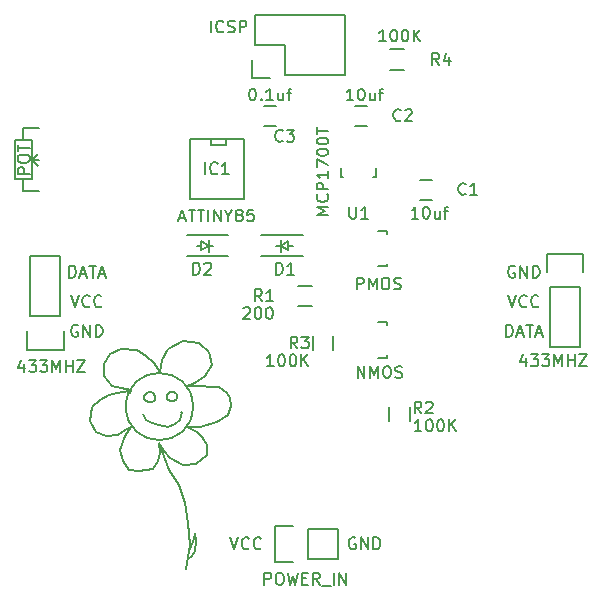
<source format=gbr>
G04 #@! TF.FileFunction,Legend,Top*
%FSLAX46Y46*%
G04 Gerber Fmt 4.6, Leading zero omitted, Abs format (unit mm)*
G04 Created by KiCad (PCBNEW 4.0.2-4+6225~38~ubuntu14.04.1-stable) date Tue 22 Mar 2016 13:46:15 GMT*
%MOMM*%
G01*
G04 APERTURE LIST*
%ADD10C,0.100000*%
%ADD11C,0.150000*%
G04 APERTURE END LIST*
D10*
D11*
X138666667Y-105452381D02*
X139000000Y-106452381D01*
X139333334Y-105452381D01*
X140238096Y-106357143D02*
X140190477Y-106404762D01*
X140047620Y-106452381D01*
X139952382Y-106452381D01*
X139809524Y-106404762D01*
X139714286Y-106309524D01*
X139666667Y-106214286D01*
X139619048Y-106023810D01*
X139619048Y-105880952D01*
X139666667Y-105690476D01*
X139714286Y-105595238D01*
X139809524Y-105500000D01*
X139952382Y-105452381D01*
X140047620Y-105452381D01*
X140190477Y-105500000D01*
X140238096Y-105547619D01*
X141238096Y-106357143D02*
X141190477Y-106404762D01*
X141047620Y-106452381D01*
X140952382Y-106452381D01*
X140809524Y-106404762D01*
X140714286Y-106309524D01*
X140666667Y-106214286D01*
X140619048Y-106023810D01*
X140619048Y-105880952D01*
X140666667Y-105690476D01*
X140714286Y-105595238D01*
X140809524Y-105500000D01*
X140952382Y-105452381D01*
X141047620Y-105452381D01*
X141190477Y-105500000D01*
X141238096Y-105547619D01*
X149238096Y-105500000D02*
X149142858Y-105452381D01*
X149000001Y-105452381D01*
X148857143Y-105500000D01*
X148761905Y-105595238D01*
X148714286Y-105690476D01*
X148666667Y-105880952D01*
X148666667Y-106023810D01*
X148714286Y-106214286D01*
X148761905Y-106309524D01*
X148857143Y-106404762D01*
X149000001Y-106452381D01*
X149095239Y-106452381D01*
X149238096Y-106404762D01*
X149285715Y-106357143D01*
X149285715Y-106023810D01*
X149095239Y-106023810D01*
X149714286Y-106452381D02*
X149714286Y-105452381D01*
X150285715Y-106452381D01*
X150285715Y-105452381D01*
X150761905Y-106452381D02*
X150761905Y-105452381D01*
X151000000Y-105452381D01*
X151142858Y-105500000D01*
X151238096Y-105595238D01*
X151285715Y-105690476D01*
X151333334Y-105880952D01*
X151333334Y-106023810D01*
X151285715Y-106214286D01*
X151238096Y-106309524D01*
X151142858Y-106404762D01*
X151000000Y-106452381D01*
X150761905Y-106452381D01*
X162738096Y-82500000D02*
X162642858Y-82452381D01*
X162500001Y-82452381D01*
X162357143Y-82500000D01*
X162261905Y-82595238D01*
X162214286Y-82690476D01*
X162166667Y-82880952D01*
X162166667Y-83023810D01*
X162214286Y-83214286D01*
X162261905Y-83309524D01*
X162357143Y-83404762D01*
X162500001Y-83452381D01*
X162595239Y-83452381D01*
X162738096Y-83404762D01*
X162785715Y-83357143D01*
X162785715Y-83023810D01*
X162595239Y-83023810D01*
X163214286Y-83452381D02*
X163214286Y-82452381D01*
X163785715Y-83452381D01*
X163785715Y-82452381D01*
X164261905Y-83452381D02*
X164261905Y-82452381D01*
X164500000Y-82452381D01*
X164642858Y-82500000D01*
X164738096Y-82595238D01*
X164785715Y-82690476D01*
X164833334Y-82880952D01*
X164833334Y-83023810D01*
X164785715Y-83214286D01*
X164738096Y-83309524D01*
X164642858Y-83404762D01*
X164500000Y-83452381D01*
X164261905Y-83452381D01*
X162166667Y-84952381D02*
X162500000Y-85952381D01*
X162833334Y-84952381D01*
X163738096Y-85857143D02*
X163690477Y-85904762D01*
X163547620Y-85952381D01*
X163452382Y-85952381D01*
X163309524Y-85904762D01*
X163214286Y-85809524D01*
X163166667Y-85714286D01*
X163119048Y-85523810D01*
X163119048Y-85380952D01*
X163166667Y-85190476D01*
X163214286Y-85095238D01*
X163309524Y-85000000D01*
X163452382Y-84952381D01*
X163547620Y-84952381D01*
X163690477Y-85000000D01*
X163738096Y-85047619D01*
X164738096Y-85857143D02*
X164690477Y-85904762D01*
X164547620Y-85952381D01*
X164452382Y-85952381D01*
X164309524Y-85904762D01*
X164214286Y-85809524D01*
X164166667Y-85714286D01*
X164119048Y-85523810D01*
X164119048Y-85380952D01*
X164166667Y-85190476D01*
X164214286Y-85095238D01*
X164309524Y-85000000D01*
X164452382Y-84952381D01*
X164547620Y-84952381D01*
X164690477Y-85000000D01*
X164738096Y-85047619D01*
X162000000Y-88452381D02*
X162000000Y-87452381D01*
X162238095Y-87452381D01*
X162380953Y-87500000D01*
X162476191Y-87595238D01*
X162523810Y-87690476D01*
X162571429Y-87880952D01*
X162571429Y-88023810D01*
X162523810Y-88214286D01*
X162476191Y-88309524D01*
X162380953Y-88404762D01*
X162238095Y-88452381D01*
X162000000Y-88452381D01*
X162952381Y-88166667D02*
X163428572Y-88166667D01*
X162857143Y-88452381D02*
X163190476Y-87452381D01*
X163523810Y-88452381D01*
X163714286Y-87452381D02*
X164285715Y-87452381D01*
X164000000Y-88452381D02*
X164000000Y-87452381D01*
X164571429Y-88166667D02*
X165047620Y-88166667D01*
X164476191Y-88452381D02*
X164809524Y-87452381D01*
X165142858Y-88452381D01*
X125000000Y-83452381D02*
X125000000Y-82452381D01*
X125238095Y-82452381D01*
X125380953Y-82500000D01*
X125476191Y-82595238D01*
X125523810Y-82690476D01*
X125571429Y-82880952D01*
X125571429Y-83023810D01*
X125523810Y-83214286D01*
X125476191Y-83309524D01*
X125380953Y-83404762D01*
X125238095Y-83452381D01*
X125000000Y-83452381D01*
X125952381Y-83166667D02*
X126428572Y-83166667D01*
X125857143Y-83452381D02*
X126190476Y-82452381D01*
X126523810Y-83452381D01*
X126714286Y-82452381D02*
X127285715Y-82452381D01*
X127000000Y-83452381D02*
X127000000Y-82452381D01*
X127571429Y-83166667D02*
X128047620Y-83166667D01*
X127476191Y-83452381D02*
X127809524Y-82452381D01*
X128142858Y-83452381D01*
X125738096Y-87500000D02*
X125642858Y-87452381D01*
X125500001Y-87452381D01*
X125357143Y-87500000D01*
X125261905Y-87595238D01*
X125214286Y-87690476D01*
X125166667Y-87880952D01*
X125166667Y-88023810D01*
X125214286Y-88214286D01*
X125261905Y-88309524D01*
X125357143Y-88404762D01*
X125500001Y-88452381D01*
X125595239Y-88452381D01*
X125738096Y-88404762D01*
X125785715Y-88357143D01*
X125785715Y-88023810D01*
X125595239Y-88023810D01*
X126214286Y-88452381D02*
X126214286Y-87452381D01*
X126785715Y-88452381D01*
X126785715Y-87452381D01*
X127261905Y-88452381D02*
X127261905Y-87452381D01*
X127500000Y-87452381D01*
X127642858Y-87500000D01*
X127738096Y-87595238D01*
X127785715Y-87690476D01*
X127833334Y-87880952D01*
X127833334Y-88023810D01*
X127785715Y-88214286D01*
X127738096Y-88309524D01*
X127642858Y-88404762D01*
X127500000Y-88452381D01*
X127261905Y-88452381D01*
X125166667Y-84952381D02*
X125500000Y-85952381D01*
X125833334Y-84952381D01*
X126738096Y-85857143D02*
X126690477Y-85904762D01*
X126547620Y-85952381D01*
X126452382Y-85952381D01*
X126309524Y-85904762D01*
X126214286Y-85809524D01*
X126166667Y-85714286D01*
X126119048Y-85523810D01*
X126119048Y-85380952D01*
X126166667Y-85190476D01*
X126214286Y-85095238D01*
X126309524Y-85000000D01*
X126452382Y-84952381D01*
X126547620Y-84952381D01*
X126690477Y-85000000D01*
X126738096Y-85047619D01*
X127738096Y-85857143D02*
X127690477Y-85904762D01*
X127547620Y-85952381D01*
X127452382Y-85952381D01*
X127309524Y-85904762D01*
X127214286Y-85809524D01*
X127166667Y-85714286D01*
X127119048Y-85523810D01*
X127119048Y-85380952D01*
X127166667Y-85190476D01*
X127214286Y-85095238D01*
X127309524Y-85000000D01*
X127452382Y-84952381D01*
X127547620Y-84952381D01*
X127690477Y-85000000D01*
X127738096Y-85047619D01*
X132290000Y-93480000D02*
X132130000Y-93240000D01*
X132130000Y-93240000D02*
X131920000Y-93180000D01*
X131920000Y-93180000D02*
X131660000Y-93180000D01*
X131660000Y-93180000D02*
X131480000Y-93300000D01*
X131480000Y-93300000D02*
X131330000Y-93500000D01*
X131330000Y-93500000D02*
X131330000Y-93730000D01*
X131330000Y-93730000D02*
X131500000Y-93930000D01*
X131500000Y-93930000D02*
X131760000Y-93990000D01*
X131760000Y-93990000D02*
X132000000Y-93970000D01*
X132000000Y-93970000D02*
X132170000Y-93930000D01*
X132170000Y-93930000D02*
X132250000Y-93810000D01*
X132250000Y-93810000D02*
X132270000Y-93690000D01*
X132270000Y-93690000D02*
X132270000Y-93590000D01*
X132270000Y-93590000D02*
X132290000Y-93550000D01*
X133650000Y-93180000D02*
X133370000Y-93260000D01*
X133370000Y-93260000D02*
X133260000Y-93520000D01*
X133260000Y-93520000D02*
X133280000Y-93750000D01*
X133280000Y-93750000D02*
X133530000Y-93910000D01*
X133530000Y-93910000D02*
X133770000Y-93910000D01*
X133770000Y-93910000D02*
X134080000Y-93830000D01*
X134080000Y-93830000D02*
X134160000Y-93630000D01*
X134160000Y-93630000D02*
X134140000Y-93340000D01*
X134140000Y-93340000D02*
X133990000Y-93220000D01*
X133990000Y-93220000D02*
X133890000Y-93160000D01*
X133890000Y-93160000D02*
X133670000Y-93160000D01*
X135230000Y-106400000D02*
X135430000Y-106020000D01*
X135430000Y-106020000D02*
X135580000Y-105560000D01*
X135580000Y-105560000D02*
X135650000Y-105100000D01*
X135650000Y-105100000D02*
X135770000Y-105790000D01*
X135770000Y-105790000D02*
X135650000Y-106630000D01*
X135650000Y-106630000D02*
X135390000Y-107050000D01*
X135390000Y-107050000D02*
X135080000Y-107240000D01*
X132600000Y-97450000D02*
X133500000Y-99775000D01*
X133500000Y-99775000D02*
X134300000Y-101000000D01*
X134300000Y-101000000D02*
X134825000Y-102525000D01*
X134825000Y-102525000D02*
X135100000Y-104225000D01*
X135100000Y-104225000D02*
X135200000Y-106075000D01*
X135200000Y-106075000D02*
X134925000Y-108125000D01*
X131225000Y-95025000D02*
X131550000Y-95550000D01*
X131550000Y-95550000D02*
X132000000Y-95750000D01*
X132000000Y-95750000D02*
X132575000Y-95975000D01*
X132575000Y-95975000D02*
X133350000Y-96100000D01*
X133350000Y-96100000D02*
X133975000Y-95875000D01*
X133975000Y-95875000D02*
X134400000Y-95475000D01*
X134400000Y-95475000D02*
X134575000Y-94800000D01*
X134575000Y-94800000D02*
X134475000Y-94800000D01*
X136300000Y-97000000D02*
X135875000Y-96500000D01*
X135875000Y-96500000D02*
X134975000Y-96100000D01*
X134975000Y-96100000D02*
X136075000Y-96100000D01*
X136075000Y-96100000D02*
X137550000Y-95650000D01*
X137550000Y-95650000D02*
X138425000Y-95100000D01*
X138425000Y-95100000D02*
X138725000Y-94300000D01*
X138725000Y-94300000D02*
X138650000Y-93650000D01*
X138650000Y-93650000D02*
X138375000Y-93200000D01*
X138375000Y-93200000D02*
X137700000Y-92750000D01*
X137700000Y-92750000D02*
X137025000Y-92700000D01*
X137025000Y-92700000D02*
X136150000Y-92625000D01*
X136150000Y-92625000D02*
X135475000Y-92625000D01*
X135475000Y-92625000D02*
X135075000Y-92625000D01*
X135075000Y-92625000D02*
X135075000Y-92575000D01*
X130100000Y-93075000D02*
X129100000Y-93250000D01*
X129100000Y-93250000D02*
X128375000Y-93425000D01*
X128375000Y-93425000D02*
X127600000Y-93850000D01*
X127600000Y-93850000D02*
X126925000Y-94425000D01*
X126925000Y-94425000D02*
X126800000Y-95600000D01*
X126800000Y-95600000D02*
X127250000Y-96500000D01*
X127250000Y-96500000D02*
X128100000Y-96875000D01*
X128100000Y-96875000D02*
X129150000Y-96775000D01*
X129150000Y-96775000D02*
X129775000Y-96375000D01*
X129775000Y-96375000D02*
X130225000Y-96100000D01*
X130225000Y-96100000D02*
X129725000Y-96825000D01*
X129725000Y-96825000D02*
X129325000Y-98050000D01*
X129325000Y-98050000D02*
X129550000Y-98950000D01*
X129550000Y-98950000D02*
X130050000Y-99725000D01*
X130050000Y-99725000D02*
X130900000Y-99850000D01*
X130900000Y-99850000D02*
X132075000Y-99625000D01*
X132075000Y-99625000D02*
X132500000Y-99000000D01*
X132500000Y-99000000D02*
X132675000Y-98275000D01*
X132675000Y-98275000D02*
X132625000Y-97450000D01*
X132625000Y-97450000D02*
X133075000Y-98175000D01*
X133075000Y-98175000D02*
X133525000Y-98725000D01*
X133525000Y-98725000D02*
X134625000Y-99350000D01*
X134625000Y-99350000D02*
X135750000Y-99275000D01*
X135750000Y-99275000D02*
X136650000Y-98500000D01*
X136650000Y-98500000D02*
X136700000Y-97650000D01*
X136700000Y-97650000D02*
X136250000Y-96925000D01*
X132675000Y-91450000D02*
X132225000Y-90675000D01*
X132225000Y-90675000D02*
X131550000Y-90125000D01*
X131550000Y-90125000D02*
X130775000Y-89625000D01*
X130775000Y-89625000D02*
X129375000Y-89500000D01*
X129375000Y-89500000D02*
X128475000Y-89950000D01*
X128475000Y-89950000D02*
X127925000Y-90800000D01*
X127925000Y-90800000D02*
X127975000Y-91800000D01*
X127975000Y-91800000D02*
X128600000Y-92625000D01*
X128600000Y-92625000D02*
X129375000Y-92800000D01*
X129375000Y-92800000D02*
X130225000Y-92975000D01*
X130225000Y-92975000D02*
X130175000Y-93200000D01*
X132725000Y-91450000D02*
X132900000Y-90400000D01*
X132900000Y-90400000D02*
X133400000Y-89500000D01*
X133400000Y-89500000D02*
X134625000Y-88825000D01*
X134625000Y-88825000D02*
X136025000Y-88950000D01*
X136025000Y-88950000D02*
X136875000Y-89725000D01*
X136875000Y-89725000D02*
X137100000Y-90850000D01*
X137100000Y-90850000D02*
X136475000Y-91800000D01*
X136475000Y-91800000D02*
X135650000Y-92400000D01*
X135650000Y-92400000D02*
X135025000Y-92625000D01*
X135489806Y-94370000D02*
G75*
G03X135489806Y-94370000I-2839806J0D01*
G01*
X151199200Y-87250180D02*
X151900240Y-87250180D01*
X151900240Y-87250180D02*
X151900240Y-87499100D01*
X151900240Y-90049160D02*
X151900240Y-90249820D01*
X151900240Y-90249820D02*
X151199200Y-90249820D01*
X151199200Y-79500180D02*
X151900240Y-79500180D01*
X151900240Y-79500180D02*
X151900240Y-79749100D01*
X151900240Y-82299160D02*
X151900240Y-82499820D01*
X151900240Y-82499820D02*
X151199200Y-82499820D01*
X139786000Y-71710000D02*
X139786000Y-76790000D01*
X139786000Y-76790000D02*
X135214000Y-76790000D01*
X135214000Y-76790000D02*
X135214000Y-71710000D01*
X135214000Y-71710000D02*
X139786000Y-71710000D01*
X138262000Y-71710000D02*
X138262000Y-72218000D01*
X138262000Y-72218000D02*
X136992000Y-72218000D01*
X136992000Y-72218000D02*
X136992000Y-71710000D01*
X121450000Y-88000000D02*
X121450000Y-89550000D01*
X121450000Y-89550000D02*
X124550000Y-89550000D01*
X124550000Y-89550000D02*
X124550000Y-88000000D01*
X121730000Y-86730000D02*
X121730000Y-81650000D01*
X121730000Y-81650000D02*
X124270000Y-81650000D01*
X124270000Y-81650000D02*
X124270000Y-86730000D01*
X124270000Y-86730000D02*
X121730000Y-86730000D01*
X155750000Y-75150000D02*
X154750000Y-75150000D01*
X154750000Y-76850000D02*
X155750000Y-76850000D01*
X150250000Y-68900000D02*
X149250000Y-68900000D01*
X149250000Y-70600000D02*
X150250000Y-70600000D01*
X142500000Y-68900000D02*
X141500000Y-68900000D01*
X141500000Y-70600000D02*
X142500000Y-70600000D01*
X144400000Y-84125000D02*
X145600000Y-84125000D01*
X145600000Y-85875000D02*
X144400000Y-85875000D01*
X153875000Y-94400000D02*
X153875000Y-95600000D01*
X152125000Y-95600000D02*
X152125000Y-94400000D01*
X145625000Y-89600000D02*
X145625000Y-88400000D01*
X147375000Y-88400000D02*
X147375000Y-89600000D01*
X153350000Y-65875000D02*
X152150000Y-65875000D01*
X152150000Y-64125000D02*
X153350000Y-64125000D01*
X143567500Y-80750000D02*
X143948500Y-80750000D01*
X142551500Y-80750000D02*
X142932500Y-80750000D01*
X142932500Y-80750000D02*
X143567500Y-80369000D01*
X143567500Y-80369000D02*
X143567500Y-81131000D01*
X143567500Y-81131000D02*
X142932500Y-80750000D01*
X142932500Y-80242000D02*
X142932500Y-81258000D01*
X141250000Y-81650000D02*
X144790000Y-81650000D01*
X141250000Y-79850000D02*
X144790000Y-79850000D01*
X136182500Y-80750000D02*
X135801500Y-80750000D01*
X137198500Y-80750000D02*
X136817500Y-80750000D01*
X136817500Y-80750000D02*
X136182500Y-81131000D01*
X136182500Y-81131000D02*
X136182500Y-80369000D01*
X136182500Y-80369000D02*
X136817500Y-80750000D01*
X136817500Y-81258000D02*
X136817500Y-80242000D01*
X138500000Y-79850000D02*
X134960000Y-79850000D01*
X138500000Y-81650000D02*
X134960000Y-81650000D01*
X150999820Y-74199200D02*
X150999820Y-74900240D01*
X150999820Y-74900240D02*
X150750900Y-74900240D01*
X148200840Y-74900240D02*
X148000180Y-74900240D01*
X148000180Y-74900240D02*
X148000180Y-74199200D01*
X121079000Y-71809000D02*
X121079000Y-70793000D01*
X121079000Y-70793000D02*
X122476000Y-70793000D01*
X121079000Y-75111000D02*
X121079000Y-76127000D01*
X121079000Y-76127000D02*
X122476000Y-76127000D01*
X121841000Y-73460000D02*
X122476000Y-73460000D01*
X121841000Y-73460000D02*
X122349000Y-72952000D01*
X121841000Y-73460000D02*
X122349000Y-73968000D01*
X121841000Y-75111000D02*
X120444000Y-75111000D01*
X120444000Y-75111000D02*
X120444000Y-71809000D01*
X120444000Y-71809000D02*
X121841000Y-71809000D01*
X121841000Y-71809000D02*
X121841000Y-75111000D01*
X143270000Y-66270000D02*
X148350000Y-66270000D01*
X140450000Y-66550000D02*
X140450000Y-65000000D01*
X140730000Y-63730000D02*
X143270000Y-63730000D01*
X143270000Y-63730000D02*
X143270000Y-66270000D01*
X148350000Y-66270000D02*
X148350000Y-61190000D01*
X148350000Y-61190000D02*
X143270000Y-61190000D01*
X140450000Y-66550000D02*
X142000000Y-66550000D01*
X140730000Y-61190000D02*
X140730000Y-63730000D01*
X143270000Y-61190000D02*
X140730000Y-61190000D01*
X168550000Y-83000000D02*
X168550000Y-81450000D01*
X168550000Y-81450000D02*
X165450000Y-81450000D01*
X165450000Y-81450000D02*
X165450000Y-83000000D01*
X168270000Y-84270000D02*
X168270000Y-89350000D01*
X168270000Y-89350000D02*
X165730000Y-89350000D01*
X165730000Y-89350000D02*
X165730000Y-84270000D01*
X165730000Y-84270000D02*
X168270000Y-84270000D01*
X145270000Y-104730000D02*
X147810000Y-104730000D01*
X142450000Y-104450000D02*
X144000000Y-104450000D01*
X145270000Y-104730000D02*
X145270000Y-107270000D01*
X144000000Y-107550000D02*
X142450000Y-107550000D01*
X142450000Y-107550000D02*
X142450000Y-104450000D01*
X145270000Y-107270000D02*
X147810000Y-107270000D01*
X147810000Y-107270000D02*
X147810000Y-104730000D01*
X149442857Y-91952381D02*
X149442857Y-90952381D01*
X150014286Y-91952381D01*
X150014286Y-90952381D01*
X150490476Y-91952381D02*
X150490476Y-90952381D01*
X150823810Y-91666667D01*
X151157143Y-90952381D01*
X151157143Y-91952381D01*
X151823809Y-90952381D02*
X152014286Y-90952381D01*
X152109524Y-91000000D01*
X152204762Y-91095238D01*
X152252381Y-91285714D01*
X152252381Y-91619048D01*
X152204762Y-91809524D01*
X152109524Y-91904762D01*
X152014286Y-91952381D01*
X151823809Y-91952381D01*
X151728571Y-91904762D01*
X151633333Y-91809524D01*
X151585714Y-91619048D01*
X151585714Y-91285714D01*
X151633333Y-91095238D01*
X151728571Y-91000000D01*
X151823809Y-90952381D01*
X152633333Y-91904762D02*
X152776190Y-91952381D01*
X153014286Y-91952381D01*
X153109524Y-91904762D01*
X153157143Y-91857143D01*
X153204762Y-91761905D01*
X153204762Y-91666667D01*
X153157143Y-91571429D01*
X153109524Y-91523810D01*
X153014286Y-91476190D01*
X152823809Y-91428571D01*
X152728571Y-91380952D01*
X152680952Y-91333333D01*
X152633333Y-91238095D01*
X152633333Y-91142857D01*
X152680952Y-91047619D01*
X152728571Y-91000000D01*
X152823809Y-90952381D01*
X153061905Y-90952381D01*
X153204762Y-91000000D01*
X149366667Y-84452381D02*
X149366667Y-83452381D01*
X149747620Y-83452381D01*
X149842858Y-83500000D01*
X149890477Y-83547619D01*
X149938096Y-83642857D01*
X149938096Y-83785714D01*
X149890477Y-83880952D01*
X149842858Y-83928571D01*
X149747620Y-83976190D01*
X149366667Y-83976190D01*
X150366667Y-84452381D02*
X150366667Y-83452381D01*
X150700001Y-84166667D01*
X151033334Y-83452381D01*
X151033334Y-84452381D01*
X151700000Y-83452381D02*
X151890477Y-83452381D01*
X151985715Y-83500000D01*
X152080953Y-83595238D01*
X152128572Y-83785714D01*
X152128572Y-84119048D01*
X152080953Y-84309524D01*
X151985715Y-84404762D01*
X151890477Y-84452381D01*
X151700000Y-84452381D01*
X151604762Y-84404762D01*
X151509524Y-84309524D01*
X151461905Y-84119048D01*
X151461905Y-83785714D01*
X151509524Y-83595238D01*
X151604762Y-83500000D01*
X151700000Y-83452381D01*
X152509524Y-84404762D02*
X152652381Y-84452381D01*
X152890477Y-84452381D01*
X152985715Y-84404762D01*
X153033334Y-84357143D01*
X153080953Y-84261905D01*
X153080953Y-84166667D01*
X153033334Y-84071429D01*
X152985715Y-84023810D01*
X152890477Y-83976190D01*
X152700000Y-83928571D01*
X152604762Y-83880952D01*
X152557143Y-83833333D01*
X152509524Y-83738095D01*
X152509524Y-83642857D01*
X152557143Y-83547619D01*
X152604762Y-83500000D01*
X152700000Y-83452381D01*
X152938096Y-83452381D01*
X153080953Y-83500000D01*
X136523810Y-74702381D02*
X136523810Y-73702381D01*
X137571429Y-74607143D02*
X137523810Y-74654762D01*
X137380953Y-74702381D01*
X137285715Y-74702381D01*
X137142857Y-74654762D01*
X137047619Y-74559524D01*
X137000000Y-74464286D01*
X136952381Y-74273810D01*
X136952381Y-74130952D01*
X137000000Y-73940476D01*
X137047619Y-73845238D01*
X137142857Y-73750000D01*
X137285715Y-73702381D01*
X137380953Y-73702381D01*
X137523810Y-73750000D01*
X137571429Y-73797619D01*
X138523810Y-74702381D02*
X137952381Y-74702381D01*
X138238095Y-74702381D02*
X138238095Y-73702381D01*
X138142857Y-73845238D01*
X138047619Y-73940476D01*
X137952381Y-73988095D01*
X134357143Y-78416667D02*
X134833334Y-78416667D01*
X134261905Y-78702381D02*
X134595238Y-77702381D01*
X134928572Y-78702381D01*
X135119048Y-77702381D02*
X135690477Y-77702381D01*
X135404762Y-78702381D02*
X135404762Y-77702381D01*
X135880953Y-77702381D02*
X136452382Y-77702381D01*
X136166667Y-78702381D02*
X136166667Y-77702381D01*
X136785715Y-78702381D02*
X136785715Y-77702381D01*
X137261905Y-78702381D02*
X137261905Y-77702381D01*
X137833334Y-78702381D01*
X137833334Y-77702381D01*
X138500000Y-78226190D02*
X138500000Y-78702381D01*
X138166667Y-77702381D02*
X138500000Y-78226190D01*
X138833334Y-77702381D01*
X139309524Y-78130952D02*
X139214286Y-78083333D01*
X139166667Y-78035714D01*
X139119048Y-77940476D01*
X139119048Y-77892857D01*
X139166667Y-77797619D01*
X139214286Y-77750000D01*
X139309524Y-77702381D01*
X139500001Y-77702381D01*
X139595239Y-77750000D01*
X139642858Y-77797619D01*
X139690477Y-77892857D01*
X139690477Y-77940476D01*
X139642858Y-78035714D01*
X139595239Y-78083333D01*
X139500001Y-78130952D01*
X139309524Y-78130952D01*
X139214286Y-78178571D01*
X139166667Y-78226190D01*
X139119048Y-78321429D01*
X139119048Y-78511905D01*
X139166667Y-78607143D01*
X139214286Y-78654762D01*
X139309524Y-78702381D01*
X139500001Y-78702381D01*
X139595239Y-78654762D01*
X139642858Y-78607143D01*
X139690477Y-78511905D01*
X139690477Y-78321429D01*
X139642858Y-78226190D01*
X139595239Y-78178571D01*
X139500001Y-78130952D01*
X140595239Y-77702381D02*
X140119048Y-77702381D01*
X140071429Y-78178571D01*
X140119048Y-78130952D01*
X140214286Y-78083333D01*
X140452382Y-78083333D01*
X140547620Y-78130952D01*
X140595239Y-78178571D01*
X140642858Y-78273810D01*
X140642858Y-78511905D01*
X140595239Y-78607143D01*
X140547620Y-78654762D01*
X140452382Y-78702381D01*
X140214286Y-78702381D01*
X140119048Y-78654762D01*
X140071429Y-78607143D01*
X121166667Y-90785714D02*
X121166667Y-91452381D01*
X120928571Y-90404762D02*
X120690476Y-91119048D01*
X121309524Y-91119048D01*
X121595238Y-90452381D02*
X122214286Y-90452381D01*
X121880952Y-90833333D01*
X122023810Y-90833333D01*
X122119048Y-90880952D01*
X122166667Y-90928571D01*
X122214286Y-91023810D01*
X122214286Y-91261905D01*
X122166667Y-91357143D01*
X122119048Y-91404762D01*
X122023810Y-91452381D01*
X121738095Y-91452381D01*
X121642857Y-91404762D01*
X121595238Y-91357143D01*
X122547619Y-90452381D02*
X123166667Y-90452381D01*
X122833333Y-90833333D01*
X122976191Y-90833333D01*
X123071429Y-90880952D01*
X123119048Y-90928571D01*
X123166667Y-91023810D01*
X123166667Y-91261905D01*
X123119048Y-91357143D01*
X123071429Y-91404762D01*
X122976191Y-91452381D01*
X122690476Y-91452381D01*
X122595238Y-91404762D01*
X122547619Y-91357143D01*
X123595238Y-91452381D02*
X123595238Y-90452381D01*
X123928572Y-91166667D01*
X124261905Y-90452381D01*
X124261905Y-91452381D01*
X124738095Y-91452381D02*
X124738095Y-90452381D01*
X124738095Y-90928571D02*
X125309524Y-90928571D01*
X125309524Y-91452381D02*
X125309524Y-90452381D01*
X125690476Y-90452381D02*
X126357143Y-90452381D01*
X125690476Y-91452381D01*
X126357143Y-91452381D01*
X158583334Y-76357143D02*
X158535715Y-76404762D01*
X158392858Y-76452381D01*
X158297620Y-76452381D01*
X158154762Y-76404762D01*
X158059524Y-76309524D01*
X158011905Y-76214286D01*
X157964286Y-76023810D01*
X157964286Y-75880952D01*
X158011905Y-75690476D01*
X158059524Y-75595238D01*
X158154762Y-75500000D01*
X158297620Y-75452381D01*
X158392858Y-75452381D01*
X158535715Y-75500000D01*
X158583334Y-75547619D01*
X159535715Y-76452381D02*
X158964286Y-76452381D01*
X159250000Y-76452381D02*
X159250000Y-75452381D01*
X159154762Y-75595238D01*
X159059524Y-75690476D01*
X158964286Y-75738095D01*
X154571429Y-78452381D02*
X154000000Y-78452381D01*
X154285714Y-78452381D02*
X154285714Y-77452381D01*
X154190476Y-77595238D01*
X154095238Y-77690476D01*
X154000000Y-77738095D01*
X155190476Y-77452381D02*
X155285715Y-77452381D01*
X155380953Y-77500000D01*
X155428572Y-77547619D01*
X155476191Y-77642857D01*
X155523810Y-77833333D01*
X155523810Y-78071429D01*
X155476191Y-78261905D01*
X155428572Y-78357143D01*
X155380953Y-78404762D01*
X155285715Y-78452381D01*
X155190476Y-78452381D01*
X155095238Y-78404762D01*
X155047619Y-78357143D01*
X155000000Y-78261905D01*
X154952381Y-78071429D01*
X154952381Y-77833333D01*
X155000000Y-77642857D01*
X155047619Y-77547619D01*
X155095238Y-77500000D01*
X155190476Y-77452381D01*
X156380953Y-77785714D02*
X156380953Y-78452381D01*
X155952381Y-77785714D02*
X155952381Y-78309524D01*
X156000000Y-78404762D01*
X156095238Y-78452381D01*
X156238096Y-78452381D01*
X156333334Y-78404762D01*
X156380953Y-78357143D01*
X156714286Y-77785714D02*
X157095238Y-77785714D01*
X156857143Y-78452381D02*
X156857143Y-77595238D01*
X156904762Y-77500000D01*
X157000000Y-77452381D01*
X157095238Y-77452381D01*
X153083334Y-70107143D02*
X153035715Y-70154762D01*
X152892858Y-70202381D01*
X152797620Y-70202381D01*
X152654762Y-70154762D01*
X152559524Y-70059524D01*
X152511905Y-69964286D01*
X152464286Y-69773810D01*
X152464286Y-69630952D01*
X152511905Y-69440476D01*
X152559524Y-69345238D01*
X152654762Y-69250000D01*
X152797620Y-69202381D01*
X152892858Y-69202381D01*
X153035715Y-69250000D01*
X153083334Y-69297619D01*
X153464286Y-69297619D02*
X153511905Y-69250000D01*
X153607143Y-69202381D01*
X153845239Y-69202381D01*
X153940477Y-69250000D01*
X153988096Y-69297619D01*
X154035715Y-69392857D01*
X154035715Y-69488095D01*
X153988096Y-69630952D01*
X153416667Y-70202381D01*
X154035715Y-70202381D01*
X149071429Y-68452381D02*
X148500000Y-68452381D01*
X148785714Y-68452381D02*
X148785714Y-67452381D01*
X148690476Y-67595238D01*
X148595238Y-67690476D01*
X148500000Y-67738095D01*
X149690476Y-67452381D02*
X149785715Y-67452381D01*
X149880953Y-67500000D01*
X149928572Y-67547619D01*
X149976191Y-67642857D01*
X150023810Y-67833333D01*
X150023810Y-68071429D01*
X149976191Y-68261905D01*
X149928572Y-68357143D01*
X149880953Y-68404762D01*
X149785715Y-68452381D01*
X149690476Y-68452381D01*
X149595238Y-68404762D01*
X149547619Y-68357143D01*
X149500000Y-68261905D01*
X149452381Y-68071429D01*
X149452381Y-67833333D01*
X149500000Y-67642857D01*
X149547619Y-67547619D01*
X149595238Y-67500000D01*
X149690476Y-67452381D01*
X150880953Y-67785714D02*
X150880953Y-68452381D01*
X150452381Y-67785714D02*
X150452381Y-68309524D01*
X150500000Y-68404762D01*
X150595238Y-68452381D01*
X150738096Y-68452381D01*
X150833334Y-68404762D01*
X150880953Y-68357143D01*
X151214286Y-67785714D02*
X151595238Y-67785714D01*
X151357143Y-68452381D02*
X151357143Y-67595238D01*
X151404762Y-67500000D01*
X151500000Y-67452381D01*
X151595238Y-67452381D01*
X143083334Y-71857143D02*
X143035715Y-71904762D01*
X142892858Y-71952381D01*
X142797620Y-71952381D01*
X142654762Y-71904762D01*
X142559524Y-71809524D01*
X142511905Y-71714286D01*
X142464286Y-71523810D01*
X142464286Y-71380952D01*
X142511905Y-71190476D01*
X142559524Y-71095238D01*
X142654762Y-71000000D01*
X142797620Y-70952381D01*
X142892858Y-70952381D01*
X143035715Y-71000000D01*
X143083334Y-71047619D01*
X143416667Y-70952381D02*
X144035715Y-70952381D01*
X143702381Y-71333333D01*
X143845239Y-71333333D01*
X143940477Y-71380952D01*
X143988096Y-71428571D01*
X144035715Y-71523810D01*
X144035715Y-71761905D01*
X143988096Y-71857143D01*
X143940477Y-71904762D01*
X143845239Y-71952381D01*
X143559524Y-71952381D01*
X143464286Y-71904762D01*
X143416667Y-71857143D01*
X140500000Y-67452381D02*
X140595239Y-67452381D01*
X140690477Y-67500000D01*
X140738096Y-67547619D01*
X140785715Y-67642857D01*
X140833334Y-67833333D01*
X140833334Y-68071429D01*
X140785715Y-68261905D01*
X140738096Y-68357143D01*
X140690477Y-68404762D01*
X140595239Y-68452381D01*
X140500000Y-68452381D01*
X140404762Y-68404762D01*
X140357143Y-68357143D01*
X140309524Y-68261905D01*
X140261905Y-68071429D01*
X140261905Y-67833333D01*
X140309524Y-67642857D01*
X140357143Y-67547619D01*
X140404762Y-67500000D01*
X140500000Y-67452381D01*
X141261905Y-68357143D02*
X141309524Y-68404762D01*
X141261905Y-68452381D01*
X141214286Y-68404762D01*
X141261905Y-68357143D01*
X141261905Y-68452381D01*
X142261905Y-68452381D02*
X141690476Y-68452381D01*
X141976190Y-68452381D02*
X141976190Y-67452381D01*
X141880952Y-67595238D01*
X141785714Y-67690476D01*
X141690476Y-67738095D01*
X143119048Y-67785714D02*
X143119048Y-68452381D01*
X142690476Y-67785714D02*
X142690476Y-68309524D01*
X142738095Y-68404762D01*
X142833333Y-68452381D01*
X142976191Y-68452381D01*
X143071429Y-68404762D01*
X143119048Y-68357143D01*
X143452381Y-67785714D02*
X143833333Y-67785714D01*
X143595238Y-68452381D02*
X143595238Y-67595238D01*
X143642857Y-67500000D01*
X143738095Y-67452381D01*
X143833333Y-67452381D01*
X141333334Y-85452381D02*
X141000000Y-84976190D01*
X140761905Y-85452381D02*
X140761905Y-84452381D01*
X141142858Y-84452381D01*
X141238096Y-84500000D01*
X141285715Y-84547619D01*
X141333334Y-84642857D01*
X141333334Y-84785714D01*
X141285715Y-84880952D01*
X141238096Y-84928571D01*
X141142858Y-84976190D01*
X140761905Y-84976190D01*
X142285715Y-85452381D02*
X141714286Y-85452381D01*
X142000000Y-85452381D02*
X142000000Y-84452381D01*
X141904762Y-84595238D01*
X141809524Y-84690476D01*
X141714286Y-84738095D01*
X139761905Y-86047619D02*
X139809524Y-86000000D01*
X139904762Y-85952381D01*
X140142858Y-85952381D01*
X140238096Y-86000000D01*
X140285715Y-86047619D01*
X140333334Y-86142857D01*
X140333334Y-86238095D01*
X140285715Y-86380952D01*
X139714286Y-86952381D01*
X140333334Y-86952381D01*
X140952381Y-85952381D02*
X141047620Y-85952381D01*
X141142858Y-86000000D01*
X141190477Y-86047619D01*
X141238096Y-86142857D01*
X141285715Y-86333333D01*
X141285715Y-86571429D01*
X141238096Y-86761905D01*
X141190477Y-86857143D01*
X141142858Y-86904762D01*
X141047620Y-86952381D01*
X140952381Y-86952381D01*
X140857143Y-86904762D01*
X140809524Y-86857143D01*
X140761905Y-86761905D01*
X140714286Y-86571429D01*
X140714286Y-86333333D01*
X140761905Y-86142857D01*
X140809524Y-86047619D01*
X140857143Y-86000000D01*
X140952381Y-85952381D01*
X141904762Y-85952381D02*
X142000001Y-85952381D01*
X142095239Y-86000000D01*
X142142858Y-86047619D01*
X142190477Y-86142857D01*
X142238096Y-86333333D01*
X142238096Y-86571429D01*
X142190477Y-86761905D01*
X142142858Y-86857143D01*
X142095239Y-86904762D01*
X142000001Y-86952381D01*
X141904762Y-86952381D01*
X141809524Y-86904762D01*
X141761905Y-86857143D01*
X141714286Y-86761905D01*
X141666667Y-86571429D01*
X141666667Y-86333333D01*
X141714286Y-86142857D01*
X141761905Y-86047619D01*
X141809524Y-86000000D01*
X141904762Y-85952381D01*
X154833334Y-94952381D02*
X154500000Y-94476190D01*
X154261905Y-94952381D02*
X154261905Y-93952381D01*
X154642858Y-93952381D01*
X154738096Y-94000000D01*
X154785715Y-94047619D01*
X154833334Y-94142857D01*
X154833334Y-94285714D01*
X154785715Y-94380952D01*
X154738096Y-94428571D01*
X154642858Y-94476190D01*
X154261905Y-94476190D01*
X155214286Y-94047619D02*
X155261905Y-94000000D01*
X155357143Y-93952381D01*
X155595239Y-93952381D01*
X155690477Y-94000000D01*
X155738096Y-94047619D01*
X155785715Y-94142857D01*
X155785715Y-94238095D01*
X155738096Y-94380952D01*
X155166667Y-94952381D01*
X155785715Y-94952381D01*
X154833334Y-96452381D02*
X154261905Y-96452381D01*
X154547619Y-96452381D02*
X154547619Y-95452381D01*
X154452381Y-95595238D01*
X154357143Y-95690476D01*
X154261905Y-95738095D01*
X155452381Y-95452381D02*
X155547620Y-95452381D01*
X155642858Y-95500000D01*
X155690477Y-95547619D01*
X155738096Y-95642857D01*
X155785715Y-95833333D01*
X155785715Y-96071429D01*
X155738096Y-96261905D01*
X155690477Y-96357143D01*
X155642858Y-96404762D01*
X155547620Y-96452381D01*
X155452381Y-96452381D01*
X155357143Y-96404762D01*
X155309524Y-96357143D01*
X155261905Y-96261905D01*
X155214286Y-96071429D01*
X155214286Y-95833333D01*
X155261905Y-95642857D01*
X155309524Y-95547619D01*
X155357143Y-95500000D01*
X155452381Y-95452381D01*
X156404762Y-95452381D02*
X156500001Y-95452381D01*
X156595239Y-95500000D01*
X156642858Y-95547619D01*
X156690477Y-95642857D01*
X156738096Y-95833333D01*
X156738096Y-96071429D01*
X156690477Y-96261905D01*
X156642858Y-96357143D01*
X156595239Y-96404762D01*
X156500001Y-96452381D01*
X156404762Y-96452381D01*
X156309524Y-96404762D01*
X156261905Y-96357143D01*
X156214286Y-96261905D01*
X156166667Y-96071429D01*
X156166667Y-95833333D01*
X156214286Y-95642857D01*
X156261905Y-95547619D01*
X156309524Y-95500000D01*
X156404762Y-95452381D01*
X157166667Y-96452381D02*
X157166667Y-95452381D01*
X157738096Y-96452381D02*
X157309524Y-95880952D01*
X157738096Y-95452381D02*
X157166667Y-96023810D01*
X144333334Y-89452381D02*
X144000000Y-88976190D01*
X143761905Y-89452381D02*
X143761905Y-88452381D01*
X144142858Y-88452381D01*
X144238096Y-88500000D01*
X144285715Y-88547619D01*
X144333334Y-88642857D01*
X144333334Y-88785714D01*
X144285715Y-88880952D01*
X144238096Y-88928571D01*
X144142858Y-88976190D01*
X143761905Y-88976190D01*
X144666667Y-88452381D02*
X145285715Y-88452381D01*
X144952381Y-88833333D01*
X145095239Y-88833333D01*
X145190477Y-88880952D01*
X145238096Y-88928571D01*
X145285715Y-89023810D01*
X145285715Y-89261905D01*
X145238096Y-89357143D01*
X145190477Y-89404762D01*
X145095239Y-89452381D01*
X144809524Y-89452381D01*
X144714286Y-89404762D01*
X144666667Y-89357143D01*
X142333334Y-90952381D02*
X141761905Y-90952381D01*
X142047619Y-90952381D02*
X142047619Y-89952381D01*
X141952381Y-90095238D01*
X141857143Y-90190476D01*
X141761905Y-90238095D01*
X142952381Y-89952381D02*
X143047620Y-89952381D01*
X143142858Y-90000000D01*
X143190477Y-90047619D01*
X143238096Y-90142857D01*
X143285715Y-90333333D01*
X143285715Y-90571429D01*
X143238096Y-90761905D01*
X143190477Y-90857143D01*
X143142858Y-90904762D01*
X143047620Y-90952381D01*
X142952381Y-90952381D01*
X142857143Y-90904762D01*
X142809524Y-90857143D01*
X142761905Y-90761905D01*
X142714286Y-90571429D01*
X142714286Y-90333333D01*
X142761905Y-90142857D01*
X142809524Y-90047619D01*
X142857143Y-90000000D01*
X142952381Y-89952381D01*
X143904762Y-89952381D02*
X144000001Y-89952381D01*
X144095239Y-90000000D01*
X144142858Y-90047619D01*
X144190477Y-90142857D01*
X144238096Y-90333333D01*
X144238096Y-90571429D01*
X144190477Y-90761905D01*
X144142858Y-90857143D01*
X144095239Y-90904762D01*
X144000001Y-90952381D01*
X143904762Y-90952381D01*
X143809524Y-90904762D01*
X143761905Y-90857143D01*
X143714286Y-90761905D01*
X143666667Y-90571429D01*
X143666667Y-90333333D01*
X143714286Y-90142857D01*
X143761905Y-90047619D01*
X143809524Y-90000000D01*
X143904762Y-89952381D01*
X144666667Y-90952381D02*
X144666667Y-89952381D01*
X145238096Y-90952381D02*
X144809524Y-90380952D01*
X145238096Y-89952381D02*
X144666667Y-90523810D01*
X156333334Y-65452381D02*
X156000000Y-64976190D01*
X155761905Y-65452381D02*
X155761905Y-64452381D01*
X156142858Y-64452381D01*
X156238096Y-64500000D01*
X156285715Y-64547619D01*
X156333334Y-64642857D01*
X156333334Y-64785714D01*
X156285715Y-64880952D01*
X156238096Y-64928571D01*
X156142858Y-64976190D01*
X155761905Y-64976190D01*
X157190477Y-64785714D02*
X157190477Y-65452381D01*
X156952381Y-64404762D02*
X156714286Y-65119048D01*
X157333334Y-65119048D01*
X151833334Y-63452381D02*
X151261905Y-63452381D01*
X151547619Y-63452381D02*
X151547619Y-62452381D01*
X151452381Y-62595238D01*
X151357143Y-62690476D01*
X151261905Y-62738095D01*
X152452381Y-62452381D02*
X152547620Y-62452381D01*
X152642858Y-62500000D01*
X152690477Y-62547619D01*
X152738096Y-62642857D01*
X152785715Y-62833333D01*
X152785715Y-63071429D01*
X152738096Y-63261905D01*
X152690477Y-63357143D01*
X152642858Y-63404762D01*
X152547620Y-63452381D01*
X152452381Y-63452381D01*
X152357143Y-63404762D01*
X152309524Y-63357143D01*
X152261905Y-63261905D01*
X152214286Y-63071429D01*
X152214286Y-62833333D01*
X152261905Y-62642857D01*
X152309524Y-62547619D01*
X152357143Y-62500000D01*
X152452381Y-62452381D01*
X153404762Y-62452381D02*
X153500001Y-62452381D01*
X153595239Y-62500000D01*
X153642858Y-62547619D01*
X153690477Y-62642857D01*
X153738096Y-62833333D01*
X153738096Y-63071429D01*
X153690477Y-63261905D01*
X153642858Y-63357143D01*
X153595239Y-63404762D01*
X153500001Y-63452381D01*
X153404762Y-63452381D01*
X153309524Y-63404762D01*
X153261905Y-63357143D01*
X153214286Y-63261905D01*
X153166667Y-63071429D01*
X153166667Y-62833333D01*
X153214286Y-62642857D01*
X153261905Y-62547619D01*
X153309524Y-62500000D01*
X153404762Y-62452381D01*
X154166667Y-63452381D02*
X154166667Y-62452381D01*
X154738096Y-63452381D02*
X154309524Y-62880952D01*
X154738096Y-62452381D02*
X154166667Y-63023810D01*
X142511905Y-83202381D02*
X142511905Y-82202381D01*
X142750000Y-82202381D01*
X142892858Y-82250000D01*
X142988096Y-82345238D01*
X143035715Y-82440476D01*
X143083334Y-82630952D01*
X143083334Y-82773810D01*
X143035715Y-82964286D01*
X142988096Y-83059524D01*
X142892858Y-83154762D01*
X142750000Y-83202381D01*
X142511905Y-83202381D01*
X144035715Y-83202381D02*
X143464286Y-83202381D01*
X143750000Y-83202381D02*
X143750000Y-82202381D01*
X143654762Y-82345238D01*
X143559524Y-82440476D01*
X143464286Y-82488095D01*
X135511905Y-83202381D02*
X135511905Y-82202381D01*
X135750000Y-82202381D01*
X135892858Y-82250000D01*
X135988096Y-82345238D01*
X136035715Y-82440476D01*
X136083334Y-82630952D01*
X136083334Y-82773810D01*
X136035715Y-82964286D01*
X135988096Y-83059524D01*
X135892858Y-83154762D01*
X135750000Y-83202381D01*
X135511905Y-83202381D01*
X136464286Y-82297619D02*
X136511905Y-82250000D01*
X136607143Y-82202381D01*
X136845239Y-82202381D01*
X136940477Y-82250000D01*
X136988096Y-82297619D01*
X137035715Y-82392857D01*
X137035715Y-82488095D01*
X136988096Y-82630952D01*
X136416667Y-83202381D01*
X137035715Y-83202381D01*
X148738095Y-77452381D02*
X148738095Y-78261905D01*
X148785714Y-78357143D01*
X148833333Y-78404762D01*
X148928571Y-78452381D01*
X149119048Y-78452381D01*
X149214286Y-78404762D01*
X149261905Y-78357143D01*
X149309524Y-78261905D01*
X149309524Y-77452381D01*
X150309524Y-78452381D02*
X149738095Y-78452381D01*
X150023809Y-78452381D02*
X150023809Y-77452381D01*
X149928571Y-77595238D01*
X149833333Y-77690476D01*
X149738095Y-77738095D01*
X146952381Y-78119048D02*
X145952381Y-78119048D01*
X146666667Y-77785714D01*
X145952381Y-77452381D01*
X146952381Y-77452381D01*
X146857143Y-76404762D02*
X146904762Y-76452381D01*
X146952381Y-76595238D01*
X146952381Y-76690476D01*
X146904762Y-76833334D01*
X146809524Y-76928572D01*
X146714286Y-76976191D01*
X146523810Y-77023810D01*
X146380952Y-77023810D01*
X146190476Y-76976191D01*
X146095238Y-76928572D01*
X146000000Y-76833334D01*
X145952381Y-76690476D01*
X145952381Y-76595238D01*
X146000000Y-76452381D01*
X146047619Y-76404762D01*
X146952381Y-75976191D02*
X145952381Y-75976191D01*
X145952381Y-75595238D01*
X146000000Y-75500000D01*
X146047619Y-75452381D01*
X146142857Y-75404762D01*
X146285714Y-75404762D01*
X146380952Y-75452381D01*
X146428571Y-75500000D01*
X146476190Y-75595238D01*
X146476190Y-75976191D01*
X146952381Y-74452381D02*
X146952381Y-75023810D01*
X146952381Y-74738096D02*
X145952381Y-74738096D01*
X146095238Y-74833334D01*
X146190476Y-74928572D01*
X146238095Y-75023810D01*
X145952381Y-74119048D02*
X145952381Y-73452381D01*
X146952381Y-73880953D01*
X145952381Y-72880953D02*
X145952381Y-72785714D01*
X146000000Y-72690476D01*
X146047619Y-72642857D01*
X146142857Y-72595238D01*
X146333333Y-72547619D01*
X146571429Y-72547619D01*
X146761905Y-72595238D01*
X146857143Y-72642857D01*
X146904762Y-72690476D01*
X146952381Y-72785714D01*
X146952381Y-72880953D01*
X146904762Y-72976191D01*
X146857143Y-73023810D01*
X146761905Y-73071429D01*
X146571429Y-73119048D01*
X146333333Y-73119048D01*
X146142857Y-73071429D01*
X146047619Y-73023810D01*
X146000000Y-72976191D01*
X145952381Y-72880953D01*
X145952381Y-71928572D02*
X145952381Y-71833333D01*
X146000000Y-71738095D01*
X146047619Y-71690476D01*
X146142857Y-71642857D01*
X146333333Y-71595238D01*
X146571429Y-71595238D01*
X146761905Y-71642857D01*
X146857143Y-71690476D01*
X146904762Y-71738095D01*
X146952381Y-71833333D01*
X146952381Y-71928572D01*
X146904762Y-72023810D01*
X146857143Y-72071429D01*
X146761905Y-72119048D01*
X146571429Y-72166667D01*
X146333333Y-72166667D01*
X146142857Y-72119048D01*
X146047619Y-72071429D01*
X146000000Y-72023810D01*
X145952381Y-71928572D01*
X145952381Y-71309524D02*
X145952381Y-70738095D01*
X146952381Y-71023810D02*
X145952381Y-71023810D01*
X121652381Y-74666667D02*
X120652381Y-74666667D01*
X120652381Y-74285714D01*
X120700000Y-74190476D01*
X120747619Y-74142857D01*
X120842857Y-74095238D01*
X120985714Y-74095238D01*
X121080952Y-74142857D01*
X121128571Y-74190476D01*
X121176190Y-74285714D01*
X121176190Y-74666667D01*
X120652381Y-73476191D02*
X120652381Y-73285714D01*
X120700000Y-73190476D01*
X120795238Y-73095238D01*
X120985714Y-73047619D01*
X121319048Y-73047619D01*
X121509524Y-73095238D01*
X121604762Y-73190476D01*
X121652381Y-73285714D01*
X121652381Y-73476191D01*
X121604762Y-73571429D01*
X121509524Y-73666667D01*
X121319048Y-73714286D01*
X120985714Y-73714286D01*
X120795238Y-73666667D01*
X120700000Y-73571429D01*
X120652381Y-73476191D01*
X120652381Y-72761905D02*
X120652381Y-72190476D01*
X121652381Y-72476191D02*
X120652381Y-72476191D01*
X137023810Y-62702381D02*
X137023810Y-61702381D01*
X138071429Y-62607143D02*
X138023810Y-62654762D01*
X137880953Y-62702381D01*
X137785715Y-62702381D01*
X137642857Y-62654762D01*
X137547619Y-62559524D01*
X137500000Y-62464286D01*
X137452381Y-62273810D01*
X137452381Y-62130952D01*
X137500000Y-61940476D01*
X137547619Y-61845238D01*
X137642857Y-61750000D01*
X137785715Y-61702381D01*
X137880953Y-61702381D01*
X138023810Y-61750000D01*
X138071429Y-61797619D01*
X138452381Y-62654762D02*
X138595238Y-62702381D01*
X138833334Y-62702381D01*
X138928572Y-62654762D01*
X138976191Y-62607143D01*
X139023810Y-62511905D01*
X139023810Y-62416667D01*
X138976191Y-62321429D01*
X138928572Y-62273810D01*
X138833334Y-62226190D01*
X138642857Y-62178571D01*
X138547619Y-62130952D01*
X138500000Y-62083333D01*
X138452381Y-61988095D01*
X138452381Y-61892857D01*
X138500000Y-61797619D01*
X138547619Y-61750000D01*
X138642857Y-61702381D01*
X138880953Y-61702381D01*
X139023810Y-61750000D01*
X139452381Y-62702381D02*
X139452381Y-61702381D01*
X139833334Y-61702381D01*
X139928572Y-61750000D01*
X139976191Y-61797619D01*
X140023810Y-61892857D01*
X140023810Y-62035714D01*
X139976191Y-62130952D01*
X139928572Y-62178571D01*
X139833334Y-62226190D01*
X139452381Y-62226190D01*
X163666667Y-90285714D02*
X163666667Y-90952381D01*
X163428571Y-89904762D02*
X163190476Y-90619048D01*
X163809524Y-90619048D01*
X164095238Y-89952381D02*
X164714286Y-89952381D01*
X164380952Y-90333333D01*
X164523810Y-90333333D01*
X164619048Y-90380952D01*
X164666667Y-90428571D01*
X164714286Y-90523810D01*
X164714286Y-90761905D01*
X164666667Y-90857143D01*
X164619048Y-90904762D01*
X164523810Y-90952381D01*
X164238095Y-90952381D01*
X164142857Y-90904762D01*
X164095238Y-90857143D01*
X165047619Y-89952381D02*
X165666667Y-89952381D01*
X165333333Y-90333333D01*
X165476191Y-90333333D01*
X165571429Y-90380952D01*
X165619048Y-90428571D01*
X165666667Y-90523810D01*
X165666667Y-90761905D01*
X165619048Y-90857143D01*
X165571429Y-90904762D01*
X165476191Y-90952381D01*
X165190476Y-90952381D01*
X165095238Y-90904762D01*
X165047619Y-90857143D01*
X166095238Y-90952381D02*
X166095238Y-89952381D01*
X166428572Y-90666667D01*
X166761905Y-89952381D01*
X166761905Y-90952381D01*
X167238095Y-90952381D02*
X167238095Y-89952381D01*
X167238095Y-90428571D02*
X167809524Y-90428571D01*
X167809524Y-90952381D02*
X167809524Y-89952381D01*
X168190476Y-89952381D02*
X168857143Y-89952381D01*
X168190476Y-90952381D01*
X168857143Y-90952381D01*
X141547619Y-109452381D02*
X141547619Y-108452381D01*
X141928572Y-108452381D01*
X142023810Y-108500000D01*
X142071429Y-108547619D01*
X142119048Y-108642857D01*
X142119048Y-108785714D01*
X142071429Y-108880952D01*
X142023810Y-108928571D01*
X141928572Y-108976190D01*
X141547619Y-108976190D01*
X142738095Y-108452381D02*
X142928572Y-108452381D01*
X143023810Y-108500000D01*
X143119048Y-108595238D01*
X143166667Y-108785714D01*
X143166667Y-109119048D01*
X143119048Y-109309524D01*
X143023810Y-109404762D01*
X142928572Y-109452381D01*
X142738095Y-109452381D01*
X142642857Y-109404762D01*
X142547619Y-109309524D01*
X142500000Y-109119048D01*
X142500000Y-108785714D01*
X142547619Y-108595238D01*
X142642857Y-108500000D01*
X142738095Y-108452381D01*
X143500000Y-108452381D02*
X143738095Y-109452381D01*
X143928572Y-108738095D01*
X144119048Y-109452381D01*
X144357143Y-108452381D01*
X144738095Y-108928571D02*
X145071429Y-108928571D01*
X145214286Y-109452381D02*
X144738095Y-109452381D01*
X144738095Y-108452381D01*
X145214286Y-108452381D01*
X146214286Y-109452381D02*
X145880952Y-108976190D01*
X145642857Y-109452381D02*
X145642857Y-108452381D01*
X146023810Y-108452381D01*
X146119048Y-108500000D01*
X146166667Y-108547619D01*
X146214286Y-108642857D01*
X146214286Y-108785714D01*
X146166667Y-108880952D01*
X146119048Y-108928571D01*
X146023810Y-108976190D01*
X145642857Y-108976190D01*
X146404762Y-109547619D02*
X147166667Y-109547619D01*
X147404762Y-109452381D02*
X147404762Y-108452381D01*
X147880952Y-109452381D02*
X147880952Y-108452381D01*
X148452381Y-109452381D01*
X148452381Y-108452381D01*
M02*

</source>
